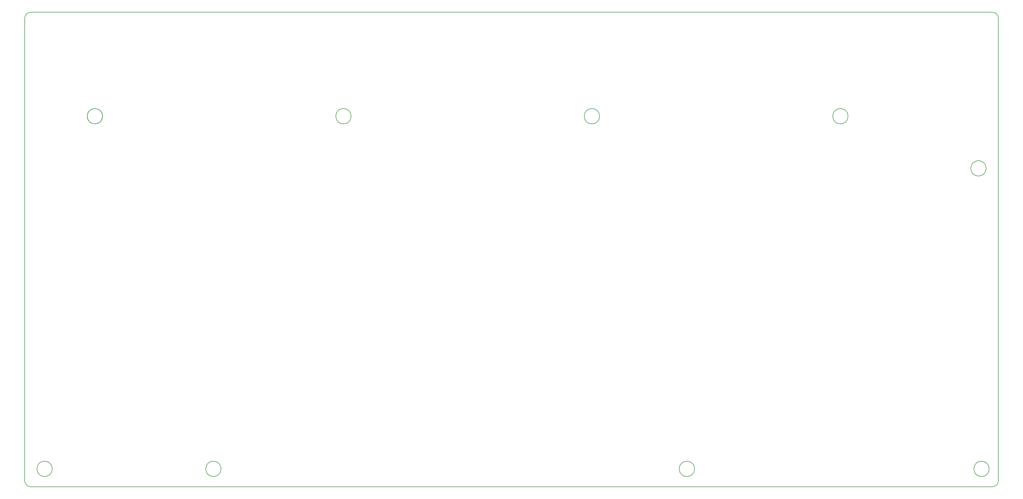
<source format=gbr>
%TF.GenerationSoftware,KiCad,Pcbnew,(5.1.9)-1*%
%TF.CreationDate,2021-10-03T12:51:29-04:00*%
%TF.ProjectId,LCK75,4c434b37-352e-46b6-9963-61645f706362,rev?*%
%TF.SameCoordinates,Original*%
%TF.FileFunction,Profile,NP*%
%FSLAX46Y46*%
G04 Gerber Fmt 4.6, Leading zero omitted, Abs format (unit mm)*
G04 Created by KiCad (PCBNEW (5.1.9)-1) date 2021-10-03 12:51:29*
%MOMM*%
%LPD*%
G01*
G04 APERTURE LIST*
%TA.AperFunction,Profile*%
%ADD10C,0.200000*%
%TD*%
G04 APERTURE END LIST*
D10*
X12543518Y-31080270D02*
G75*
G03*
X12543518Y-31080270I-2500000J0D01*
G01*
X255473518Y-31080270D02*
G75*
G03*
X255473518Y-31080270I-2500000J0D01*
G01*
X174503518Y-31080270D02*
G75*
G03*
X174503518Y-31080270I-2500000J0D01*
G01*
X93543518Y-31080270D02*
G75*
G03*
X93543518Y-31080270I-2500000J0D01*
G01*
X12583518Y-31080270D02*
G75*
G03*
X12583518Y-31080270I-2500000J0D01*
G01*
X300448868Y-48080270D02*
G75*
G03*
X300448868Y-48080270I-2500000J0D01*
G01*
X51173518Y-146080270D02*
G75*
G03*
X51173518Y-146080270I-2500000J0D01*
G01*
X205448868Y-146080270D02*
G75*
G03*
X205448868Y-146080270I-2500000J0D01*
G01*
X-3826482Y-146080270D02*
G75*
G03*
X-3826482Y-146080270I-2500000J0D01*
G01*
X301448868Y-146080270D02*
G75*
G03*
X301448868Y-146080270I-2500000J0D01*
G01*
X-12826482Y-25155300D02*
X-12826482Y844700D01*
X-12826482Y-59967600D02*
X-12826482Y-149930270D01*
X250585868Y-151930270D02*
X302448868Y-151930270D01*
X-10826482Y-151930270D02*
G75*
G02*
X-12826482Y-149930270I0J2000000D01*
G01*
X-12826482Y844700D02*
G75*
G02*
X-10826482Y2844700I2000000J0D01*
G01*
X-10826482Y-151930270D02*
X250585868Y-151930270D01*
X304448868Y-149930270D02*
X304448868Y844700D01*
X-12826482Y-29155300D02*
X-12826482Y-59967600D01*
X-10826482Y2844700D02*
X302448868Y2844700D01*
X-12826482Y-29155300D02*
X-12826482Y-25155300D01*
X304448868Y-149930270D02*
G75*
G02*
X302448868Y-151930270I-2000000J0D01*
G01*
X302448868Y2844700D02*
G75*
G02*
X304448868Y844700I0J-2000000D01*
G01*
M02*

</source>
